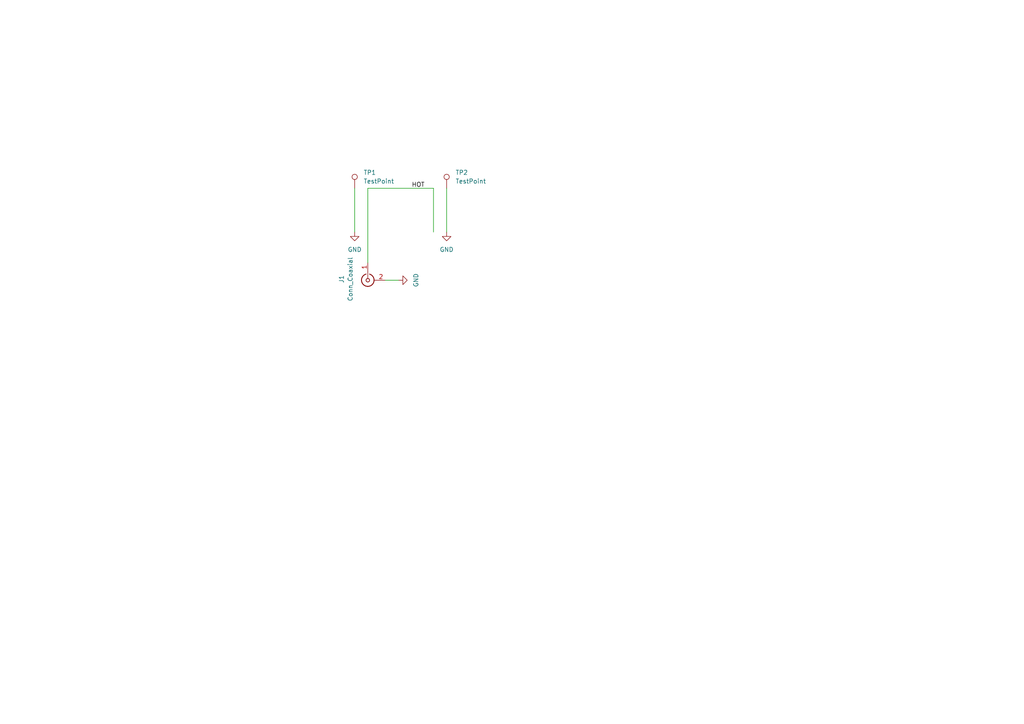
<source format=kicad_sch>
(kicad_sch (version 20211123) (generator eeschema)
  (paper "A4")
  (lib_symbols
    (symbol "Connector:Conn_Coaxial" (pin_names (offset 1.016) hide)
      (property "Reference" "J" (at 0.254 3.048 0))
      (property "Value" "Conn_Coaxial" (at 2.921 0 90))
      (symbol "Conn_Coaxial_0_1"
        (arc (start -1.778 -0.508) (mid 0.222 -1.808) (end 1.778 0) (stroke (width 0.254)))
        (polyline (pts (xy -2.54 0) (xy -0.508 0)))
        (polyline (pts (xy 0 -2.54) (xy 0 -1.778)))
        (circle (center 0 0) (radius 0.508) (stroke (width 0.2032)))
        (arc (start 1.778 0) (mid 0.2221 1.8083) (end -1.778 0.508) (stroke (width 0.254)))
      )
      (symbol "Conn_Coaxial_1_1"
        (pin passive line (at -5.08 0 0) (length 2.54) (name "In") (number "1"))
        (pin passive line (at 0 -5.08 90) (length 2.54) (name "Ext") (number "2"))
      )
    )
    (symbol "Connector:TestPoint" (pin_numbers hide) (pin_names (offset 0.762) hide)
      (property "Reference" "TP" (at 0 6.858 0))
      (property "Value" "TestPoint" (at 0 5.08 0))
      (symbol "TestPoint_0_1"
        (circle (center 0 3.302) (radius 0.762))
      )
      (symbol "TestPoint_1_1"
        (pin passive line (at 0 0 90) (length 2.54) (name "1") (number "1"))
      )
    )
    (symbol "power:GND" (power) (pin_names (offset 0))
      (property "Value" "GND" (at 0 -3.81 0))
      (symbol "GND_0_1"
        (polyline (pts (xy 0 0) (xy 0 -1.27) (xy 1.27 -1.27) (xy 0 -2.54) (xy -1.27 -1.27) (xy 0 -1.27)))
      )
      (symbol "GND_1_1"
        (pin power_in line (at 0 0 270) (length 0) hide (name "GND") (number "1"))
      )
    )
  )
  (wire (pts (xy 106.68 76.2) (xy 106.68 54.61)))
  (wire (pts (xy 111.76 81.28) (xy 115.57 81.28)))
  (wire (pts (xy 129.54 54.61) (xy 129.54 67.31)))
  (wire (pts (xy 125.73 54.61) (xy 125.73 67.31)))
  (wire (pts (xy 102.87 54.61) (xy 102.87 67.31)))
  (wire (pts (xy 106.68 54.61) (xy 125.73 54.61)))
  (label "HOT" (at 119.38 54.61 0))
  (symbol (lib_id "power:GND") (at 115.57 81.28 90) (unit 1)
    (property "Reference" "#PWR0101" (effects hide))
    (property "Value" "GND" (at 120.65 81.28 0))
  )
  (symbol (lib_id "power:GND") (at 102.87 67.31 0) (unit 1)
    (property "Reference" "#PWR0103" (effects hide))
    (property "Value" "GND" (at 102.87 72.39 0))
  )
  (symbol (lib_id "power:GND") (at 129.54 67.31 0) (unit 1)
    (property "Reference" "#PWR0102" (effects hide))
    (property "Value" "GND" (at 129.54 72.39 0))
  )
  (symbol (lib_id "Connector:TestPoint") (at 102.87 54.61 0) (unit 1)
    (property "Reference" "TP1" (at 105.41 50.0379 0) (effects (justify left)))
    (property "Value" "TestPoint" (at 105.41 52.5779 0) (effects (justify left)))
    (property "Footprint" "ez-dipole:Slot" (effects hide))
  )
  (symbol (lib_id "Connector:Conn_Coaxial") (at 106.68 81.28 90) (mirror x) (unit 1)
    (property "Reference" "J1" (at 99.06 80.9626 0))
    (property "Value" "Conn_Coaxial" (at 101.6 80.9626 0))
    (property "Footprint" "Connector_Coaxial:SMA_Amphenol_132289_EdgeMount" (effects hide))
    (property "Datasheet" " ~" (effects hide))
  )
  (symbol (lib_id "Connector:TestPoint") (at 129.54 54.61 0) (unit 1)
    (property "Reference" "TP2" (at 132.08 50.0379 0) (effects (justify left)))
    (property "Value" "TestPoint" (at 132.08 52.5779 0) (effects (justify left)))
    (property "Footprint" "ez-dipole:Slot" (effects hide))
  )
)
</source>
